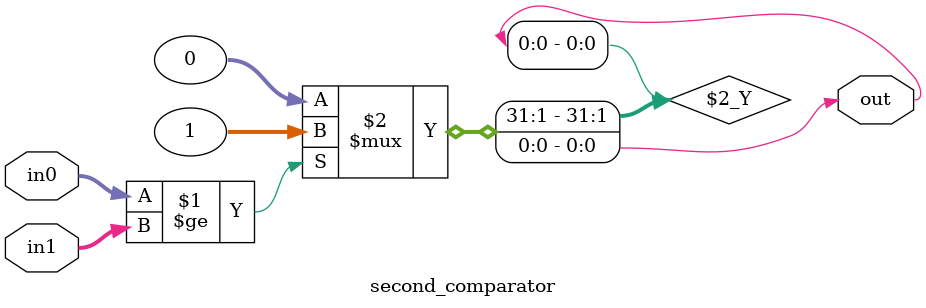
<source format=v>
module second_comparator(
    input [29:0] in0,
    input [29:0] in1,
    output out
    );
    
    assign out = (in0 >= in1) ? 1 : 0;
endmodule
</source>
